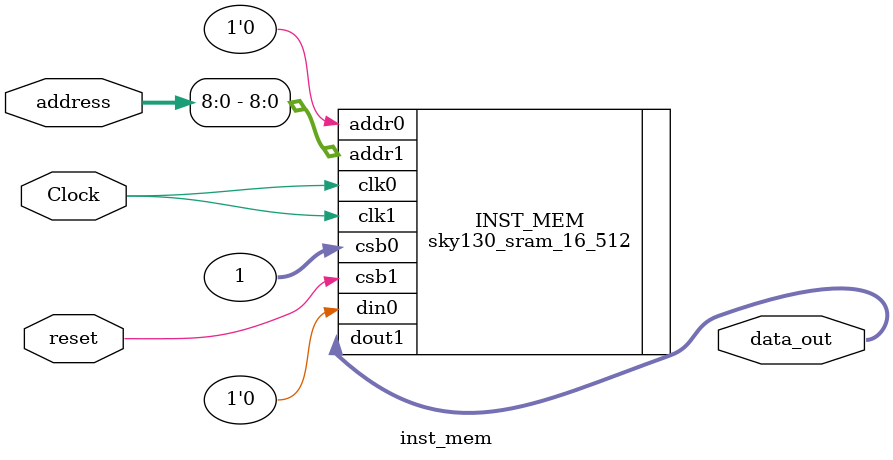
<source format=v>
module inst_mem (
	input  	      Clock,
	input 	      reset,   
	//input         write_en,
	//input  [15:0] data_in,
	input  [15:0] address,
	output [15:0] data_out

);

//RAM_16B_512 INST_MEM (.Q(data_out), .CLK(Clock), .CEN(reset), .WEN('0), .A(address[8:0]), .D('0));

//post apr
//RAM_16B_512 INST_MEM (.Q(data_out), .CLK(Clock), .CEN(reset), .WEN('0), .A(address[8:0]), .D('0), .EMA(3'd2), .EMAW(2'd0), .EMAS(1'd0), .RET1N(1'd1));

// EE 541 

sky130_sram_16_512 INST_MEM(
// Port 0: W - never used in imem
    .clk0(Clock),.csb0(1),.addr0('0),.din0('0),
// Port 1: R
    .clk1(Clock),.csb1(reset),.addr1(address[8:0]),.dout1(data_out)
  );

//RAM_16B_512_AR1_LP INST_MEM(.Q(data_out), .CLK(Clock), .CEN(reset), .WEN('0), .A(address[8:0]), .D(data_in), .EMA(3'd2), .EMAW(2'd0), .EMAS(1'd0), .RET1N(1'd1));

endmodule

// ADD MEMORY FOR SAPR, FIX ENABLES 
//module RAM_16B_512_AR1_LP (Q, CLK, CEN, WEN, A, D, EMA, EMAW, EMAS, RET1N);
</source>
